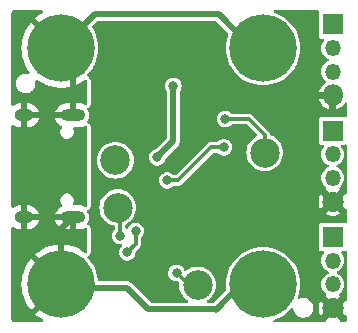
<source format=gbr>
%TF.GenerationSoftware,KiCad,Pcbnew,8.0.3*%
%TF.CreationDate,2024-07-08T02:18:10-04:00*%
%TF.ProjectId,USB-C-3-way-splitter-V4,5553422d-432d-4332-9d77-61792d73706c,rev?*%
%TF.SameCoordinates,Original*%
%TF.FileFunction,Copper,L2,Bot*%
%TF.FilePolarity,Positive*%
%FSLAX46Y46*%
G04 Gerber Fmt 4.6, Leading zero omitted, Abs format (unit mm)*
G04 Created by KiCad (PCBNEW 8.0.3) date 2024-07-08 02:18:10*
%MOMM*%
%LPD*%
G01*
G04 APERTURE LIST*
%TA.AperFunction,ComponentPad*%
%ADD10C,5.700000*%
%TD*%
%TA.AperFunction,ComponentPad*%
%ADD11R,1.800000X1.800000*%
%TD*%
%TA.AperFunction,ComponentPad*%
%ADD12O,1.350000X1.350000*%
%TD*%
%TA.AperFunction,ComponentPad*%
%ADD13C,1.800000*%
%TD*%
%TA.AperFunction,ComponentPad*%
%ADD14O,1.800000X1.800000*%
%TD*%
%TA.AperFunction,ComponentPad*%
%ADD15O,2.100000X1.000000*%
%TD*%
%TA.AperFunction,ComponentPad*%
%ADD16O,1.600000X1.000000*%
%TD*%
%TA.AperFunction,SMDPad,CuDef*%
%ADD17C,2.500000*%
%TD*%
%TA.AperFunction,ViaPad*%
%ADD18C,0.800000*%
%TD*%
%TA.AperFunction,Conductor*%
%ADD19C,0.300000*%
%TD*%
%TA.AperFunction,Conductor*%
%ADD20C,0.500000*%
%TD*%
%TA.AperFunction,Conductor*%
%ADD21C,0.600000*%
%TD*%
G04 APERTURE END LIST*
D10*
%TO.P,H4,1,1*%
%TO.N,GNDPWR*%
X20100000Y-10000000D03*
%TD*%
D11*
%TO.P,J3,1,Pin_1*%
%TO.N,+5V*%
X26000000Y3000000D03*
D12*
%TO.P,J3,2,Pin_2*%
%TO.N,Net-(J3-Pin_2)*%
X26000000Y1000000D03*
%TO.P,J3,3,Pin_3*%
X26000000Y-1000000D03*
D13*
%TO.P,J3,4,Pin_4*%
%TO.N,GND*%
X26000000Y-3000000D03*
%TD*%
D10*
%TO.P,H2,1,1*%
%TO.N,GNDPWR*%
X3000000Y-10000000D03*
%TD*%
D11*
%TO.P,J2,1,Pin_1*%
%TO.N,+5V*%
X26000000Y12000000D03*
D12*
%TO.P,J2,2,Pin_2*%
%TO.N,Net-(J2-Pin_2)*%
X26000000Y10000000D03*
%TO.P,J2,3,Pin_3*%
X26000000Y8000000D03*
D14*
%TO.P,J2,4,Pin_4*%
%TO.N,GND*%
X26000000Y6000000D03*
%TD*%
D10*
%TO.P,H1,1,1*%
%TO.N,GNDPWR*%
X3000000Y10000000D03*
%TD*%
D15*
%TO.P,J1,S1,SHIELD*%
%TO.N,GNDPWR*%
X4030000Y4320000D03*
D16*
X-150000Y4320000D03*
D15*
X4030000Y-4320000D03*
D16*
X-150000Y-4320000D03*
%TD*%
D10*
%TO.P,H3,1,1*%
%TO.N,GNDPWR*%
X20100000Y10000000D03*
%TD*%
D11*
%TO.P,J4,1,Pin_1*%
%TO.N,+5V*%
X26000000Y-6000000D03*
D12*
%TO.P,J4,2,Pin_2*%
%TO.N,Net-(J4-Pin_2)*%
X26000000Y-8000000D03*
%TO.P,J4,3,Pin_3*%
X26000000Y-10000000D03*
D13*
%TO.P,J4,4,Pin_4*%
%TO.N,GND*%
X26000000Y-12000000D03*
%TD*%
D17*
%TO.P,TP4,1,1*%
%TO.N,+1V2*%
X14550000Y-10050000D03*
%TD*%
%TO.P,TP2,1,1*%
%TO.N,CC2*%
X7800000Y-3500000D03*
%TD*%
%TO.P,TP3,1,1*%
%TO.N,EN-OPEN-COL*%
X20250000Y1150000D03*
%TD*%
%TO.P,TP1,1,1*%
%TO.N,CC1*%
X7600000Y500000D03*
%TD*%
D18*
%TO.N,GND*%
X19000000Y-3200000D03*
%TO.N,Net-(D5-A)*%
X16800000Y1600000D03*
%TO.N,EN-OPEN-COL*%
X16900000Y4000000D03*
%TO.N,GND*%
X22800000Y7700000D03*
X21800000Y-2200000D03*
X17500000Y2900000D03*
%TO.N,Net-(D4-A)*%
X12500000Y6800000D03*
%TO.N,Net-(D5-A)*%
X12000000Y-1200000D03*
%TO.N,GND*%
X9600000Y3700000D03*
X10100000Y-3850000D03*
X16400000Y9950000D03*
X16450000Y10900000D03*
X12400000Y10600000D03*
X6200000Y3600000D03*
X15800000Y-6300000D03*
X5800000Y-4900000D03*
X12500000Y-5200000D03*
X18500000Y-6800000D03*
X10700000Y-11000000D03*
X5800000Y-3900000D03*
X6100000Y4700000D03*
X6000000Y7500000D03*
X6000000Y-5900000D03*
%TO.N,CC1*%
X9300000Y-5500000D03*
X6750000Y450000D03*
X8600000Y-7300000D03*
%TO.N,CC2*%
X8000000Y-5900000D03*
%TO.N,+1V2*%
X12775000Y-9025000D03*
%TO.N,Net-(D4-A)*%
X11150000Y750000D03*
%TD*%
D19*
%TO.N,Net-(D5-A)*%
X15700000Y1600000D02*
X16800000Y1600000D01*
%TO.N,EN-OPEN-COL*%
X18887500Y4000000D02*
X16900000Y4000000D01*
X19500000Y3387500D02*
X18887500Y4000000D01*
X20250000Y1150000D02*
X20250000Y2637500D01*
X20250000Y2637500D02*
X19500000Y3387500D01*
%TO.N,Net-(D5-A)*%
X15700000Y1600000D02*
X12900000Y-1200000D01*
D20*
%TO.N,Net-(D4-A)*%
X12500000Y2100000D02*
X12500000Y6800000D01*
X11150000Y750000D02*
X12500000Y2100000D01*
D19*
%TO.N,Net-(D5-A)*%
X12900000Y-1200000D02*
X12000000Y-1200000D01*
%TO.N,CC1*%
X9300000Y-5500000D02*
X9300000Y-6600000D01*
X9300000Y-6600000D02*
X8600000Y-7300000D01*
%TO.N,CC2*%
X8000000Y-3700000D02*
X7800000Y-3500000D01*
X8000000Y-5900000D02*
X8000000Y-3700000D01*
%TO.N,+1V2*%
X13800000Y-10050000D02*
X12775000Y-9025000D01*
X14550000Y-10050000D02*
X13800000Y-10050000D01*
D21*
%TO.N,GNDPWR*%
X4620000Y4320000D02*
X4030000Y4320000D01*
D20*
X3000000Y-10000000D02*
X3302400Y-10302400D01*
X16350000Y12850000D02*
X19200000Y10000000D01*
X5850000Y12850000D02*
X16350000Y12850000D01*
X3000000Y-5350000D02*
X4030000Y-4320000D01*
X4030000Y4320000D02*
X4030000Y8970000D01*
X10400000Y-12100000D02*
X16050000Y-12100000D01*
X8602400Y-10302400D02*
X10400000Y-12100000D01*
X16100000Y-12150000D02*
X18250000Y-10000000D01*
X3000000Y-10000000D02*
X3000000Y-5350000D01*
X19200000Y10000000D02*
X20100000Y10000000D01*
X3000000Y10000000D02*
X5850000Y12850000D01*
D21*
X4030000Y-4320000D02*
X4620000Y-4320000D01*
D20*
X18250000Y-10000000D02*
X20100000Y-10000000D01*
X16050000Y-12100000D02*
X16100000Y-12150000D01*
X4030000Y8970000D02*
X3000000Y10000000D01*
X3302400Y-10302400D02*
X8602400Y-10302400D01*
%TD*%
%TA.AperFunction,Conductor*%
%TO.N,GNDPWR*%
G36*
X1441011Y13179815D02*
G01*
X1486766Y13127011D01*
X1496710Y13057853D01*
X1467685Y12994297D01*
X1430975Y12966679D01*
X1431501Y12965689D01*
X1428522Y12964109D01*
X1117282Y12776843D01*
X1117266Y12776832D01*
X828071Y12556993D01*
X828070Y12556992D01*
X811888Y12541664D01*
X811888Y12541662D01*
X2059300Y11294250D01*
X1957670Y11220412D01*
X1779588Y11042330D01*
X1705747Y10940697D01*
X460970Y12185475D01*
X460969Y12185475D01*
X329177Y12030319D01*
X329170Y12030309D01*
X125318Y11729651D01*
X125316Y11729647D01*
X-44838Y11408702D01*
X-44847Y11408684D01*
X-179302Y11071227D01*
X-179304Y11071220D01*
X-276480Y10721222D01*
X-276482Y10721214D01*
X-335253Y10362728D01*
X-354920Y10000002D01*
X-354920Y9999997D01*
X-335253Y9637271D01*
X-276482Y9278785D01*
X-276480Y9278777D01*
X-179304Y8928779D01*
X-179302Y8928772D01*
X-44847Y8591315D01*
X-44838Y8591297D01*
X125316Y8270352D01*
X125318Y8270348D01*
X307198Y8002096D01*
X328527Y7935562D01*
X310499Y7868058D01*
X258838Y7821017D01*
X189945Y7809374D01*
X180373Y7810892D01*
X81799Y7830500D01*
X81797Y7830500D01*
X-81797Y7830500D01*
X-81799Y7830500D01*
X-180372Y7810892D01*
X-242248Y7798584D01*
X-393389Y7735979D01*
X-529413Y7645091D01*
X-645091Y7529413D01*
X-735979Y7393389D01*
X-798584Y7242248D01*
X-798585Y7242242D01*
X-830500Y7081799D01*
X-830500Y6918200D01*
X-823569Y6883359D01*
X-798584Y6757752D01*
X-753951Y6650000D01*
X-735980Y6606613D01*
X-735975Y6606604D01*
X-645091Y6470587D01*
X-645088Y6470583D01*
X-529416Y6354911D01*
X-529412Y6354908D01*
X-393395Y6264024D01*
X-393386Y6264019D01*
X-242248Y6201416D01*
X-242242Y6201414D01*
X-81799Y6169500D01*
X-81797Y6169500D01*
X81799Y6169500D01*
X242242Y6201414D01*
X242248Y6201416D01*
X393386Y6264019D01*
X393395Y6264024D01*
X529412Y6354908D01*
X529416Y6354911D01*
X645088Y6470583D01*
X645091Y6470587D01*
X735975Y6606604D01*
X735980Y6606613D01*
X753951Y6650000D01*
X798584Y6757752D01*
X823569Y6883359D01*
X830500Y6918200D01*
X830500Y7081799D01*
X810121Y7184248D01*
X816348Y7253840D01*
X859211Y7309017D01*
X925100Y7332262D01*
X993097Y7316195D01*
X1006779Y7307156D01*
X1117266Y7223167D01*
X1117282Y7223156D01*
X1428522Y7035890D01*
X1428535Y7035883D01*
X1758205Y6883360D01*
X1758210Y6883359D01*
X2102461Y6767367D01*
X2457235Y6689275D01*
X2818366Y6650000D01*
X3181633Y6650000D01*
X3542764Y6689275D01*
X3897538Y6767367D01*
X4241789Y6883359D01*
X4241794Y6883360D01*
X4571464Y7035883D01*
X4571477Y7035890D01*
X4882717Y7223156D01*
X4882733Y7223167D01*
X5000959Y7313039D01*
X5066241Y7337938D01*
X5134622Y7323591D01*
X5184391Y7274552D01*
X5200000Y7214323D01*
X5200000Y5331159D01*
X5180315Y5264120D01*
X5127511Y5218365D01*
X5058353Y5208421D01*
X5028547Y5216598D01*
X4871689Y5281570D01*
X4871681Y5281572D01*
X4678495Y5319999D01*
X4678492Y5320000D01*
X4280000Y5320000D01*
X4280000Y4620000D01*
X3780000Y4620000D01*
X3780000Y5320000D01*
X3381508Y5320000D01*
X3381504Y5319999D01*
X3188318Y5281572D01*
X3188306Y5281569D01*
X3006328Y5206192D01*
X3006315Y5206185D01*
X2842537Y5096751D01*
X2842533Y5096748D01*
X2703251Y4957466D01*
X2703248Y4957462D01*
X2593814Y4793684D01*
X2593807Y4793671D01*
X2518430Y4611692D01*
X2518430Y4611690D01*
X2510138Y4570000D01*
X3313012Y4570000D01*
X3295795Y4560060D01*
X3239940Y4504205D01*
X3200444Y4435796D01*
X3180000Y4359496D01*
X3180000Y4280504D01*
X3200444Y4204204D01*
X3239940Y4135795D01*
X3295795Y4079940D01*
X3313012Y4070000D01*
X2510138Y4070000D01*
X2518430Y4028309D01*
X2518430Y4028307D01*
X2593807Y3846328D01*
X2593814Y3846315D01*
X2703248Y3682537D01*
X2703251Y3682533D01*
X2842536Y3543248D01*
X3011387Y3430427D01*
X3009889Y3428185D01*
X3051323Y3386789D01*
X3066206Y3318523D01*
X3041819Y3253047D01*
X3040892Y3251824D01*
X3036283Y3245818D01*
X2959993Y3113681D01*
X2959993Y3113680D01*
X2959992Y3113678D01*
X2920500Y2966293D01*
X2920500Y2813707D01*
X2955326Y2683733D01*
X2959993Y2666318D01*
X3036282Y2534182D01*
X3036287Y2534176D01*
X3144176Y2426287D01*
X3144182Y2426282D01*
X3276318Y2349993D01*
X3276317Y2349993D01*
X3320106Y2338259D01*
X3423707Y2310500D01*
X3423710Y2310500D01*
X3576290Y2310500D01*
X3576293Y2310500D01*
X3723678Y2349992D01*
X3723681Y2349993D01*
X3855817Y2426282D01*
X3855823Y2426287D01*
X3963712Y2534176D01*
X3963715Y2534179D01*
X4040008Y2666322D01*
X4079500Y2813707D01*
X4079500Y2966293D01*
X4040008Y3113678D01*
X4032747Y3126253D01*
X4028275Y3134001D01*
X4011803Y3201901D01*
X4034656Y3267928D01*
X4089578Y3311118D01*
X4135663Y3320000D01*
X4678495Y3320000D01*
X4871681Y3358427D01*
X4871693Y3358430D01*
X5028548Y3423401D01*
X5098017Y3430870D01*
X5160496Y3399595D01*
X5196148Y3339505D01*
X5200000Y3308840D01*
X5200000Y-3308840D01*
X5180315Y-3375879D01*
X5127511Y-3421634D01*
X5058353Y-3431578D01*
X5028548Y-3423401D01*
X4871693Y-3358430D01*
X4871681Y-3358427D01*
X4678495Y-3320000D01*
X4135663Y-3320000D01*
X4068624Y-3300315D01*
X4022869Y-3247511D01*
X4012925Y-3178353D01*
X4028275Y-3134001D01*
X4032747Y-3126253D01*
X4040008Y-3113678D01*
X4079500Y-2966293D01*
X4079500Y-2813707D01*
X4040008Y-2666322D01*
X3963715Y-2534179D01*
X3855821Y-2426285D01*
X3855819Y-2426284D01*
X3855817Y-2426282D01*
X3723681Y-2349993D01*
X3723682Y-2349993D01*
X3711595Y-2346754D01*
X3576293Y-2310500D01*
X3423707Y-2310500D01*
X3288404Y-2346754D01*
X3276318Y-2349993D01*
X3144182Y-2426282D01*
X3144176Y-2426287D01*
X3036287Y-2534176D01*
X3036282Y-2534182D01*
X2959993Y-2666318D01*
X2959992Y-2666322D01*
X2920500Y-2813707D01*
X2920500Y-2966293D01*
X2959992Y-3113678D01*
X2959993Y-3113681D01*
X3036283Y-3245818D01*
X3040892Y-3251824D01*
X3066088Y-3316993D01*
X3052051Y-3385438D01*
X3010060Y-3428441D01*
X3011387Y-3430427D01*
X2842536Y-3543248D01*
X2703251Y-3682533D01*
X2703248Y-3682537D01*
X2593814Y-3846315D01*
X2593807Y-3846328D01*
X2518430Y-4028307D01*
X2518430Y-4028309D01*
X2510138Y-4070000D01*
X3313012Y-4070000D01*
X3295795Y-4079940D01*
X3239940Y-4135795D01*
X3200444Y-4204204D01*
X3180000Y-4280504D01*
X3180000Y-4359496D01*
X3200444Y-4435796D01*
X3239940Y-4504205D01*
X3295795Y-4560060D01*
X3313012Y-4570000D01*
X2510138Y-4570000D01*
X2518430Y-4611690D01*
X2518430Y-4611692D01*
X2593807Y-4793671D01*
X2593814Y-4793684D01*
X2703248Y-4957462D01*
X2703251Y-4957466D01*
X2842533Y-5096748D01*
X2842537Y-5096751D01*
X3006315Y-5206185D01*
X3006328Y-5206192D01*
X3188306Y-5281569D01*
X3188318Y-5281572D01*
X3381504Y-5319999D01*
X3381508Y-5320000D01*
X3780000Y-5320000D01*
X3780000Y-4620000D01*
X4280000Y-4620000D01*
X4280000Y-5320000D01*
X4678492Y-5320000D01*
X4678495Y-5319999D01*
X4871681Y-5281572D01*
X4871689Y-5281570D01*
X5028547Y-5216598D01*
X5098017Y-5209129D01*
X5160496Y-5240404D01*
X5196148Y-5300493D01*
X5200000Y-5331159D01*
X5200000Y-7214323D01*
X5180315Y-7281362D01*
X5127511Y-7327117D01*
X5058353Y-7337061D01*
X5000959Y-7313039D01*
X4882733Y-7223167D01*
X4882717Y-7223156D01*
X4571477Y-7035890D01*
X4571464Y-7035883D01*
X4241794Y-6883360D01*
X4241789Y-6883359D01*
X3897538Y-6767367D01*
X3542764Y-6689275D01*
X3181633Y-6650000D01*
X2818366Y-6650000D01*
X2457235Y-6689275D01*
X2102461Y-6767367D01*
X1758210Y-6883359D01*
X1758205Y-6883360D01*
X1428535Y-7035883D01*
X1428522Y-7035890D01*
X1117282Y-7223156D01*
X1117266Y-7223167D01*
X828075Y-7443002D01*
X811888Y-7458335D01*
X811887Y-7458335D01*
X2059301Y-8705748D01*
X1957670Y-8779588D01*
X1779588Y-8957670D01*
X1705748Y-9059300D01*
X460970Y-7814522D01*
X460969Y-7814523D01*
X329177Y-7969680D01*
X329170Y-7969690D01*
X125318Y-8270348D01*
X125316Y-8270352D01*
X-44838Y-8591297D01*
X-44847Y-8591315D01*
X-179302Y-8928772D01*
X-179304Y-8928779D01*
X-276480Y-9278777D01*
X-276482Y-9278785D01*
X-335253Y-9637271D01*
X-354920Y-9999997D01*
X-354920Y-10000002D01*
X-335253Y-10362728D01*
X-276482Y-10721214D01*
X-276480Y-10721222D01*
X-179304Y-11071220D01*
X-179302Y-11071227D01*
X-44847Y-11408684D01*
X-44838Y-11408702D01*
X125316Y-11729647D01*
X125318Y-11729651D01*
X329170Y-12030309D01*
X329177Y-12030319D01*
X460969Y-12185475D01*
X460970Y-12185475D01*
X1705748Y-10940698D01*
X1779588Y-11042330D01*
X1957670Y-11220412D01*
X2059299Y-11294250D01*
X811888Y-12541662D01*
X811888Y-12541664D01*
X828070Y-12556992D01*
X828071Y-12556993D01*
X1117266Y-12776832D01*
X1117282Y-12776843D01*
X1428522Y-12964109D01*
X1431501Y-12965689D01*
X1430755Y-12967094D01*
X1478608Y-13008962D01*
X1497971Y-13076095D01*
X1477964Y-13143040D01*
X1424941Y-13188540D01*
X1373972Y-13199500D01*
X-990243Y-13199500D01*
X-1009638Y-13197973D01*
X-1025888Y-13195399D01*
X-1042250Y-13192808D01*
X-1079144Y-13180821D01*
X-1099762Y-13170316D01*
X-1131150Y-13147511D01*
X-1147511Y-13131150D01*
X-1170316Y-13099762D01*
X-1180821Y-13079144D01*
X-1192808Y-13042250D01*
X-1197973Y-13009642D01*
X-1199500Y-12990243D01*
X-1199500Y-5253878D01*
X-1179815Y-5186839D01*
X-1127011Y-5141084D01*
X-1057853Y-5131140D01*
X-1006609Y-5150776D01*
X-923683Y-5206185D01*
X-923671Y-5206192D01*
X-741693Y-5281569D01*
X-741681Y-5281572D01*
X-548495Y-5319999D01*
X-548492Y-5320000D01*
X-400000Y-5320000D01*
X-400000Y-4620000D01*
X100000Y-4620000D01*
X100000Y-5320000D01*
X248492Y-5320000D01*
X248495Y-5319999D01*
X441681Y-5281572D01*
X441693Y-5281569D01*
X623671Y-5206192D01*
X623684Y-5206185D01*
X787462Y-5096751D01*
X787466Y-5096748D01*
X926748Y-4957466D01*
X926751Y-4957462D01*
X1036185Y-4793684D01*
X1036192Y-4793671D01*
X1111569Y-4611692D01*
X1111569Y-4611690D01*
X1119862Y-4570000D01*
X316988Y-4570000D01*
X334205Y-4560060D01*
X390060Y-4504205D01*
X429556Y-4435796D01*
X450000Y-4359496D01*
X450000Y-4280504D01*
X429556Y-4204204D01*
X390060Y-4135795D01*
X334205Y-4079940D01*
X316988Y-4070000D01*
X1119862Y-4070000D01*
X1111569Y-4028309D01*
X1111569Y-4028307D01*
X1036192Y-3846328D01*
X1036185Y-3846315D01*
X926751Y-3682537D01*
X926748Y-3682533D01*
X787466Y-3543251D01*
X787462Y-3543248D01*
X623684Y-3433814D01*
X623671Y-3433807D01*
X441693Y-3358430D01*
X441681Y-3358427D01*
X248495Y-3320000D01*
X100000Y-3320000D01*
X100000Y-4020000D01*
X-400000Y-4020000D01*
X-400000Y-3320000D01*
X-548495Y-3320000D01*
X-741681Y-3358427D01*
X-741693Y-3358430D01*
X-923671Y-3433807D01*
X-923684Y-3433814D01*
X-1006609Y-3489223D01*
X-1073287Y-3510101D01*
X-1140667Y-3491616D01*
X-1187357Y-3439637D01*
X-1199500Y-3386121D01*
X-1199500Y3386121D01*
X-1179815Y3453160D01*
X-1127011Y3498915D01*
X-1057853Y3508859D01*
X-1006609Y3489223D01*
X-923684Y3433814D01*
X-923671Y3433807D01*
X-741693Y3358430D01*
X-741681Y3358427D01*
X-548495Y3320000D01*
X-400000Y3320000D01*
X-400000Y4020000D01*
X100000Y4020000D01*
X100000Y3320000D01*
X248495Y3320000D01*
X441681Y3358427D01*
X441693Y3358430D01*
X623671Y3433807D01*
X623684Y3433814D01*
X787462Y3543248D01*
X787466Y3543251D01*
X926748Y3682533D01*
X926751Y3682537D01*
X1036185Y3846315D01*
X1036192Y3846328D01*
X1111569Y4028307D01*
X1111569Y4028309D01*
X1119862Y4070000D01*
X316988Y4070000D01*
X334205Y4079940D01*
X390060Y4135795D01*
X429556Y4204204D01*
X450000Y4280504D01*
X450000Y4359496D01*
X429556Y4435796D01*
X390060Y4504205D01*
X334205Y4560060D01*
X316988Y4570000D01*
X1119862Y4570000D01*
X1111569Y4611690D01*
X1111569Y4611692D01*
X1036192Y4793671D01*
X1036185Y4793684D01*
X926751Y4957462D01*
X926748Y4957466D01*
X787466Y5096748D01*
X787462Y5096751D01*
X623684Y5206185D01*
X623671Y5206192D01*
X441693Y5281569D01*
X441681Y5281572D01*
X248495Y5319999D01*
X248492Y5320000D01*
X100000Y5320000D01*
X100000Y4620000D01*
X-400000Y4620000D01*
X-400000Y5320000D01*
X-548492Y5320000D01*
X-548495Y5319999D01*
X-741681Y5281572D01*
X-741693Y5281569D01*
X-923671Y5206192D01*
X-923683Y5206185D01*
X-1006609Y5150776D01*
X-1073286Y5129898D01*
X-1140666Y5148382D01*
X-1187357Y5200361D01*
X-1199500Y5253878D01*
X-1199500Y12990244D01*
X-1197973Y13009643D01*
X-1192808Y13042251D01*
X-1180820Y13079147D01*
X-1170315Y13099764D01*
X-1147511Y13131150D01*
X-1131150Y13147511D01*
X-1099762Y13170316D01*
X-1079144Y13180821D01*
X-1042250Y13192808D01*
X-1025888Y13195399D01*
X-1009638Y13197973D01*
X-990243Y13199500D01*
X1373972Y13199500D01*
X1441011Y13179815D01*
G37*
%TD.AperFunction*%
%TD*%
%TA.AperFunction,Conductor*%
%TO.N,GND*%
G36*
X24810010Y13180593D02*
G01*
X24845974Y13131093D01*
X24845974Y13069907D01*
X24842385Y13060515D01*
X24810880Y12989161D01*
X24802414Y12969988D01*
X24799500Y12944869D01*
X24799500Y11055139D01*
X24799501Y11055136D01*
X24802414Y11030009D01*
X24847794Y10927235D01*
X24927235Y10847794D01*
X25030011Y10802414D01*
X25055130Y10799500D01*
X25055135Y10799500D01*
X25184866Y10799500D01*
X25243057Y10780593D01*
X25279021Y10731093D01*
X25279021Y10669907D01*
X25261394Y10637695D01*
X25184977Y10544581D01*
X25184976Y10544579D01*
X25184969Y10544569D01*
X25094397Y10375119D01*
X25094395Y10375114D01*
X25038614Y10191231D01*
X25038613Y10191226D01*
X25019780Y10000003D01*
X25019780Y9999996D01*
X25038613Y9808773D01*
X25038614Y9808768D01*
X25094395Y9624885D01*
X25094397Y9624880D01*
X25184969Y9455430D01*
X25184976Y9455420D01*
X25306875Y9306884D01*
X25306884Y9306875D01*
X25455420Y9184976D01*
X25455430Y9184969D01*
X25624880Y9094397D01*
X25629375Y9092536D01*
X25628824Y9091207D01*
X25673957Y9059750D01*
X25694002Y9001941D01*
X25676239Y8943391D01*
X25629232Y8907808D01*
X25629375Y8907464D01*
X25628053Y8906916D01*
X25627454Y8906463D01*
X25625156Y8905716D01*
X25624890Y8905606D01*
X25624886Y8905605D01*
X25624881Y8905602D01*
X25624880Y8905602D01*
X25455430Y8815030D01*
X25455423Y8815025D01*
X25455419Y8815023D01*
X25376158Y8749975D01*
X25306884Y8693124D01*
X25306875Y8693115D01*
X25255813Y8630895D01*
X25184977Y8544581D01*
X25184976Y8544579D01*
X25184969Y8544569D01*
X25094397Y8375119D01*
X25094395Y8375114D01*
X25038614Y8191231D01*
X25038613Y8191226D01*
X25019780Y8000003D01*
X25019780Y7999996D01*
X25038613Y7808773D01*
X25038614Y7808768D01*
X25094395Y7624885D01*
X25094397Y7624880D01*
X25184969Y7455430D01*
X25184976Y7455420D01*
X25306875Y7306884D01*
X25306884Y7306875D01*
X25425333Y7209667D01*
X25458320Y7158135D01*
X25454718Y7097056D01*
X25415903Y7049759D01*
X25414645Y7048968D01*
X25273744Y6961725D01*
X25109391Y6811898D01*
X25109387Y6811893D01*
X24975369Y6634426D01*
X24975364Y6634417D01*
X24876239Y6435347D01*
X24837730Y6300000D01*
X25480385Y6300000D01*
X25440889Y6231591D01*
X25400000Y6078991D01*
X25400000Y5921009D01*
X25440889Y5768409D01*
X25480385Y5700000D01*
X24837731Y5700000D01*
X24837730Y5699999D01*
X24876239Y5564652D01*
X24975364Y5365582D01*
X24975369Y5365573D01*
X25109387Y5188106D01*
X25109391Y5188101D01*
X25273744Y5038274D01*
X25462816Y4921205D01*
X25462821Y4921202D01*
X25670199Y4840863D01*
X25700000Y4835293D01*
X25700000Y5480385D01*
X25768409Y5440889D01*
X25921009Y5400000D01*
X26078991Y5400000D01*
X26231591Y5440889D01*
X26300000Y5480385D01*
X26300000Y4835293D01*
X26329800Y4840863D01*
X26537178Y4921202D01*
X26537183Y4921205D01*
X26726255Y5038274D01*
X26890608Y5188101D01*
X26890612Y5188106D01*
X27021496Y5361423D01*
X27071653Y5396466D01*
X27132827Y5395335D01*
X27181654Y5358463D01*
X27199500Y5301762D01*
X27199500Y4248180D01*
X27180593Y4189989D01*
X27131093Y4154025D01*
X27069907Y4154025D01*
X27060512Y4157616D01*
X26969991Y4197585D01*
X26944865Y4200500D01*
X25055136Y4200499D01*
X25030009Y4197585D01*
X24927235Y4152206D01*
X24847794Y4072765D01*
X24802415Y3969991D01*
X24802414Y3969988D01*
X24799500Y3944869D01*
X24799500Y2055139D01*
X24799501Y2055136D01*
X24802414Y2030009D01*
X24847794Y1927235D01*
X24927235Y1847794D01*
X25030011Y1802414D01*
X25055130Y1799500D01*
X25055135Y1799500D01*
X25184866Y1799500D01*
X25243057Y1780593D01*
X25279021Y1731093D01*
X25279021Y1669907D01*
X25261394Y1637695D01*
X25184977Y1544581D01*
X25184976Y1544579D01*
X25184969Y1544569D01*
X25094397Y1375119D01*
X25094395Y1375114D01*
X25038614Y1191231D01*
X25038613Y1191226D01*
X25019780Y1000003D01*
X25019780Y999996D01*
X25038613Y808773D01*
X25038614Y808768D01*
X25094395Y624885D01*
X25094397Y624880D01*
X25184969Y455430D01*
X25184976Y455420D01*
X25306875Y306884D01*
X25306884Y306875D01*
X25455420Y184976D01*
X25455430Y184969D01*
X25624880Y94397D01*
X25629375Y92536D01*
X25628824Y91207D01*
X25673957Y59750D01*
X25694002Y1941D01*
X25676239Y-56609D01*
X25629232Y-92191D01*
X25629375Y-92536D01*
X25628053Y-93083D01*
X25627454Y-93537D01*
X25625156Y-94283D01*
X25624880Y-94397D01*
X25455430Y-184969D01*
X25455420Y-184976D01*
X25306884Y-306875D01*
X25306875Y-306884D01*
X25184976Y-455420D01*
X25184969Y-455430D01*
X25094397Y-624880D01*
X25094395Y-624885D01*
X25038614Y-808768D01*
X25038613Y-808773D01*
X25019780Y-999996D01*
X25019780Y-1000003D01*
X25038613Y-1191226D01*
X25038614Y-1191231D01*
X25094395Y-1375114D01*
X25094397Y-1375119D01*
X25184969Y-1544569D01*
X25184975Y-1544578D01*
X25184977Y-1544581D01*
X25198034Y-1560491D01*
X25306875Y-1693115D01*
X25306884Y-1693124D01*
X25425333Y-1790332D01*
X25458320Y-1841863D01*
X25454718Y-1902942D01*
X25415903Y-1950239D01*
X25414645Y-1951031D01*
X25390343Y-1966078D01*
X25844709Y-2420444D01*
X25768409Y-2440889D01*
X25631592Y-2519881D01*
X25519881Y-2631592D01*
X25440889Y-2768409D01*
X25420444Y-2844709D01*
X24964045Y-2388310D01*
X24964044Y-2388310D01*
X24876240Y-2564647D01*
X24815379Y-2778554D01*
X24794859Y-3000000D01*
X24815379Y-3221445D01*
X24876240Y-3435350D01*
X24964044Y-3611688D01*
X24964045Y-3611688D01*
X25420443Y-3155289D01*
X25440889Y-3231591D01*
X25519881Y-3368408D01*
X25631592Y-3480119D01*
X25768409Y-3559111D01*
X25844708Y-3579555D01*
X25390343Y-4033920D01*
X25462819Y-4078796D01*
X25670200Y-4159136D01*
X25888804Y-4200000D01*
X26111196Y-4200000D01*
X26329799Y-4159136D01*
X26537176Y-4078798D01*
X26537176Y-4078797D01*
X26609655Y-4033919D01*
X26155291Y-3579555D01*
X26231591Y-3559111D01*
X26368408Y-3480119D01*
X26480119Y-3368408D01*
X26559111Y-3231591D01*
X26579555Y-3155290D01*
X27035953Y-3611688D01*
X27084561Y-3603759D01*
X27145037Y-3613052D01*
X27188501Y-3656116D01*
X27199500Y-3701468D01*
X27199500Y-4751819D01*
X27180593Y-4810010D01*
X27131093Y-4845974D01*
X27069907Y-4845974D01*
X27060512Y-4842384D01*
X26969991Y-4802415D01*
X26969990Y-4802414D01*
X26969988Y-4802414D01*
X26944868Y-4799500D01*
X25055139Y-4799500D01*
X25055136Y-4799501D01*
X25030009Y-4802414D01*
X24927235Y-4847794D01*
X24847794Y-4927235D01*
X24802414Y-5030011D01*
X24799500Y-5055130D01*
X24799500Y-6944860D01*
X24799501Y-6944863D01*
X24802414Y-6969990D01*
X24825206Y-7021609D01*
X24847794Y-7072765D01*
X24927235Y-7152206D01*
X25030009Y-7197585D01*
X25055135Y-7200500D01*
X25184867Y-7200499D01*
X25243056Y-7219406D01*
X25279020Y-7268906D01*
X25279021Y-7330091D01*
X25261395Y-7362303D01*
X25184975Y-7455421D01*
X25184969Y-7455430D01*
X25094397Y-7624880D01*
X25094395Y-7624885D01*
X25038614Y-7808768D01*
X25038613Y-7808773D01*
X25019780Y-7999996D01*
X25019780Y-8000003D01*
X25038613Y-8191226D01*
X25038614Y-8191231D01*
X25094395Y-8375114D01*
X25094397Y-8375119D01*
X25184969Y-8544569D01*
X25184975Y-8544578D01*
X25184977Y-8544581D01*
X25235810Y-8606521D01*
X25306875Y-8693115D01*
X25306884Y-8693124D01*
X25376158Y-8749975D01*
X25455419Y-8815023D01*
X25455423Y-8815025D01*
X25455430Y-8815030D01*
X25624880Y-8905602D01*
X25624886Y-8905605D01*
X25624890Y-8905606D01*
X25629375Y-8907464D01*
X25628824Y-8908792D01*
X25673957Y-8940250D01*
X25694002Y-8998059D01*
X25676239Y-9056609D01*
X25629232Y-9092191D01*
X25629375Y-9092536D01*
X25628053Y-9093083D01*
X25627454Y-9093537D01*
X25625156Y-9094283D01*
X25624880Y-9094397D01*
X25455430Y-9184969D01*
X25455420Y-9184976D01*
X25306884Y-9306875D01*
X25306875Y-9306884D01*
X25184976Y-9455420D01*
X25184969Y-9455430D01*
X25094397Y-9624880D01*
X25094395Y-9624885D01*
X25038614Y-9808768D01*
X25038613Y-9808773D01*
X25019780Y-9999996D01*
X25019780Y-10000003D01*
X25038613Y-10191226D01*
X25038614Y-10191231D01*
X25094395Y-10375114D01*
X25094397Y-10375119D01*
X25184969Y-10544569D01*
X25184975Y-10544578D01*
X25184977Y-10544581D01*
X25235810Y-10606521D01*
X25306875Y-10693115D01*
X25306884Y-10693124D01*
X25425333Y-10790332D01*
X25458320Y-10841863D01*
X25454718Y-10902942D01*
X25415903Y-10950239D01*
X25414645Y-10951031D01*
X25390343Y-10966078D01*
X25844709Y-11420444D01*
X25768409Y-11440889D01*
X25631592Y-11519881D01*
X25519881Y-11631592D01*
X25440889Y-11768409D01*
X25420444Y-11844709D01*
X24964045Y-11388310D01*
X24964044Y-11388310D01*
X24876240Y-11564647D01*
X24815379Y-11778554D01*
X24794859Y-12000000D01*
X24815379Y-12221445D01*
X24876240Y-12435350D01*
X24964044Y-12611688D01*
X24964045Y-12611688D01*
X25420443Y-12155289D01*
X25440889Y-12231591D01*
X25519881Y-12368408D01*
X25631592Y-12480119D01*
X25768409Y-12559111D01*
X25844708Y-12579555D01*
X25390342Y-13033921D01*
X25392491Y-13052446D01*
X25401454Y-13063039D01*
X25405971Y-13124057D01*
X25373761Y-13176077D01*
X25317125Y-13199230D01*
X25309815Y-13199500D01*
X21075945Y-13199500D01*
X21017754Y-13180593D01*
X20981790Y-13131093D01*
X20981790Y-13069907D01*
X21017754Y-13020407D01*
X21048538Y-13005369D01*
X21067174Y-13000000D01*
X21142184Y-12978390D01*
X21469105Y-12842975D01*
X21778808Y-12671808D01*
X22067400Y-12467041D01*
X22331250Y-12231250D01*
X22500025Y-12042389D01*
X22552898Y-12011600D01*
X22613771Y-12017768D01*
X22659394Y-12058539D01*
X22670941Y-12089044D01*
X22693122Y-12200554D01*
X22701416Y-12242248D01*
X22726100Y-12301840D01*
X22764020Y-12393388D01*
X22840495Y-12507841D01*
X22854909Y-12529413D01*
X22970587Y-12645091D01*
X23106611Y-12735979D01*
X23257752Y-12798584D01*
X23418203Y-12830500D01*
X23418204Y-12830500D01*
X23581796Y-12830500D01*
X23581797Y-12830500D01*
X23742248Y-12798584D01*
X23893389Y-12735979D01*
X24029413Y-12645091D01*
X24145091Y-12529413D01*
X24235979Y-12393389D01*
X24298584Y-12242248D01*
X24330500Y-12081797D01*
X24330500Y-11918203D01*
X24298584Y-11757752D01*
X24235979Y-11606611D01*
X24145091Y-11470587D01*
X24029413Y-11354909D01*
X23959598Y-11308260D01*
X23893388Y-11264020D01*
X23742246Y-11201415D01*
X23581799Y-11169500D01*
X23581797Y-11169500D01*
X23418203Y-11169500D01*
X23418200Y-11169500D01*
X23257752Y-11201416D01*
X23257750Y-11201416D01*
X23182439Y-11232611D01*
X23121442Y-11237411D01*
X23069273Y-11205442D01*
X23045859Y-11148914D01*
X23053089Y-11103265D01*
X23078390Y-11042184D01*
X23176350Y-10702157D01*
X23235623Y-10353300D01*
X23238993Y-10293302D01*
X23255464Y-10000004D01*
X23255464Y-9999995D01*
X23235624Y-9646709D01*
X23235621Y-9646689D01*
X23231916Y-9624880D01*
X23176350Y-9297843D01*
X23078390Y-8957816D01*
X22942975Y-8630895D01*
X22942973Y-8630890D01*
X22771806Y-8321189D01*
X22567043Y-8032603D01*
X22567041Y-8032600D01*
X22331250Y-7768750D01*
X22067400Y-7532959D01*
X21977075Y-7468870D01*
X21778810Y-7328193D01*
X21469108Y-7157026D01*
X21469109Y-7157026D01*
X21142182Y-7021609D01*
X20802155Y-6923649D01*
X20453310Y-6864378D01*
X20453290Y-6864375D01*
X20100005Y-6844536D01*
X20099995Y-6844536D01*
X19746709Y-6864375D01*
X19746689Y-6864378D01*
X19397844Y-6923649D01*
X19057817Y-7021609D01*
X18730890Y-7157026D01*
X18421189Y-7328193D01*
X18132603Y-7532956D01*
X17868757Y-7768743D01*
X17868743Y-7768757D01*
X17632956Y-8032603D01*
X17428193Y-8321189D01*
X17257026Y-8630890D01*
X17121609Y-8957817D01*
X17023649Y-9297844D01*
X16964378Y-9646689D01*
X16964375Y-9646709D01*
X16944536Y-9999995D01*
X16944536Y-10000004D01*
X16964375Y-10353290D01*
X16964378Y-10353311D01*
X16978145Y-10434338D01*
X16969252Y-10494874D01*
X16950548Y-10520925D01*
X15950971Y-11520504D01*
X15896454Y-11548281D01*
X15880967Y-11549500D01*
X15421538Y-11549500D01*
X15363347Y-11530593D01*
X15327383Y-11481093D01*
X15327383Y-11419907D01*
X15363347Y-11370407D01*
X15369810Y-11366089D01*
X15403875Y-11345213D01*
X15464179Y-11308259D01*
X15649759Y-11149759D01*
X15808259Y-10964179D01*
X15935777Y-10756089D01*
X16029172Y-10530612D01*
X16086146Y-10293302D01*
X16105294Y-10050000D01*
X16086146Y-9806698D01*
X16029172Y-9569388D01*
X15935777Y-9343911D01*
X15913084Y-9306880D01*
X15808260Y-9135823D01*
X15808259Y-9135821D01*
X15772145Y-9093537D01*
X15649767Y-8950250D01*
X15649764Y-8950247D01*
X15649759Y-8950241D01*
X15649752Y-8950235D01*
X15649749Y-8950232D01*
X15464184Y-8791745D01*
X15464176Y-8791739D01*
X15256092Y-8664224D01*
X15256081Y-8664219D01*
X15030616Y-8570829D01*
X15030613Y-8570828D01*
X14793300Y-8513853D01*
X14550000Y-8494706D01*
X14306699Y-8513853D01*
X14069386Y-8570828D01*
X14069383Y-8570829D01*
X13843918Y-8664219D01*
X13843907Y-8664224D01*
X13635819Y-8791742D01*
X13591650Y-8829464D01*
X13535122Y-8852877D01*
X13475627Y-8838592D01*
X13435892Y-8792065D01*
X13434809Y-8789336D01*
X13399818Y-8697070D01*
X13303183Y-8557071D01*
X13289082Y-8544579D01*
X13175853Y-8444267D01*
X13175852Y-8444266D01*
X13025225Y-8365210D01*
X13025224Y-8365209D01*
X13025223Y-8365209D01*
X12860058Y-8324500D01*
X12860056Y-8324500D01*
X12689944Y-8324500D01*
X12689941Y-8324500D01*
X12524776Y-8365209D01*
X12374146Y-8444267D01*
X12246818Y-8557069D01*
X12246816Y-8557072D01*
X12152906Y-8693124D01*
X12150182Y-8697070D01*
X12096511Y-8838592D01*
X12089860Y-8856129D01*
X12077513Y-8957817D01*
X12069355Y-9025000D01*
X12089860Y-9193872D01*
X12150182Y-9352930D01*
X12246817Y-9492929D01*
X12374148Y-9605734D01*
X12524775Y-9684790D01*
X12689944Y-9725500D01*
X12797389Y-9725500D01*
X12855580Y-9744407D01*
X12867393Y-9754496D01*
X12974704Y-9861807D01*
X13002481Y-9916324D01*
X13003395Y-9939577D01*
X12994706Y-10049999D01*
X13013853Y-10293300D01*
X13070828Y-10530613D01*
X13070829Y-10530616D01*
X13164219Y-10756081D01*
X13164224Y-10756092D01*
X13291739Y-10964176D01*
X13291745Y-10964184D01*
X13358361Y-11042182D01*
X13450241Y-11149759D01*
X13450247Y-11149764D01*
X13450250Y-11149767D01*
X13584025Y-11264021D01*
X13635821Y-11308259D01*
X13635823Y-11308260D01*
X13730190Y-11366089D01*
X13769926Y-11412615D01*
X13774727Y-11473611D01*
X13742757Y-11525780D01*
X13686229Y-11549195D01*
X13678462Y-11549500D01*
X10669033Y-11549500D01*
X10610842Y-11530593D01*
X10599029Y-11520504D01*
X9771640Y-10693115D01*
X8940415Y-9861890D01*
X8814885Y-9789416D01*
X8814882Y-9789415D01*
X8811337Y-9788465D01*
X8807792Y-9787515D01*
X8807790Y-9787514D01*
X8807790Y-9787515D01*
X8674875Y-9751900D01*
X8674874Y-9751900D01*
X6235128Y-9751900D01*
X6176937Y-9732993D01*
X6140973Y-9683493D01*
X6136284Y-9658453D01*
X6135624Y-9646709D01*
X6135621Y-9646689D01*
X6131916Y-9624880D01*
X6076350Y-9297843D01*
X5978390Y-8957816D01*
X5842975Y-8630895D01*
X5842973Y-8630890D01*
X5671806Y-8321189D01*
X5467043Y-8032603D01*
X5467041Y-8032600D01*
X5267017Y-7808773D01*
X5231247Y-7768746D01*
X5228206Y-7766029D01*
X5197419Y-7713154D01*
X5203590Y-7652280D01*
X5244198Y-7606758D01*
X5327571Y-7557998D01*
X5380375Y-7512243D01*
X5422553Y-7467510D01*
X5473439Y-7367434D01*
X5493124Y-7300395D01*
X5505500Y-7214323D01*
X5505500Y-5331159D01*
X5503118Y-5293084D01*
X5499266Y-5262418D01*
X5497454Y-5250045D01*
X5468929Y-5172070D01*
X5458885Y-5144612D01*
X5458884Y-5144609D01*
X5423235Y-5084524D01*
X5401523Y-5055135D01*
X5386696Y-5035065D01*
X5386694Y-5035063D01*
X5327061Y-4989834D01*
X5297244Y-4967219D01*
X5283153Y-4960165D01*
X5257493Y-4947320D01*
X5213921Y-4904365D01*
X5203920Y-4844002D01*
X5219494Y-4803791D01*
X5220414Y-4802415D01*
X5289394Y-4699179D01*
X5349737Y-4553497D01*
X5380500Y-4398842D01*
X5380500Y-4241158D01*
X5349737Y-4086503D01*
X5289394Y-3940821D01*
X5289393Y-3940819D01*
X5289390Y-3940814D01*
X5220004Y-3836972D01*
X5203395Y-3778084D01*
X5224572Y-3720680D01*
X5252335Y-3696516D01*
X5327571Y-3652515D01*
X5380375Y-3606760D01*
X5422553Y-3562027D01*
X5454092Y-3500000D01*
X6244706Y-3500000D01*
X6263853Y-3743300D01*
X6320828Y-3980613D01*
X6320829Y-3980616D01*
X6414219Y-4206081D01*
X6414224Y-4206092D01*
X6541739Y-4414176D01*
X6541745Y-4414184D01*
X6660729Y-4553497D01*
X6700241Y-4599759D01*
X6885821Y-4758259D01*
X6885823Y-4758260D01*
X7093907Y-4885775D01*
X7093918Y-4885780D01*
X7319381Y-4979170D01*
X7319385Y-4979171D01*
X7319386Y-4979171D01*
X7319388Y-4979172D01*
X7473612Y-5016198D01*
X7525780Y-5048166D01*
X7549195Y-5104694D01*
X7549500Y-5112462D01*
X7549500Y-5318693D01*
X7530593Y-5376884D01*
X7516150Y-5392795D01*
X7471819Y-5432068D01*
X7471817Y-5432071D01*
X7375182Y-5572070D01*
X7314860Y-5731128D01*
X7294355Y-5900000D01*
X7314860Y-6068872D01*
X7375182Y-6227930D01*
X7471817Y-6367929D01*
X7599148Y-6480734D01*
X7749775Y-6559790D01*
X7914944Y-6600500D01*
X7914947Y-6600500D01*
X8072165Y-6600500D01*
X8130356Y-6619407D01*
X8166320Y-6668907D01*
X8166320Y-6730093D01*
X8137814Y-6773603D01*
X8071818Y-6832069D01*
X8071816Y-6832072D01*
X8008605Y-6923649D01*
X7975182Y-6972070D01*
X7936995Y-7072764D01*
X7914860Y-7131129D01*
X7895966Y-7286735D01*
X7894355Y-7300000D01*
X7914860Y-7468872D01*
X7975182Y-7627930D01*
X8070506Y-7766029D01*
X8071816Y-7767927D01*
X8071818Y-7767930D01*
X8114260Y-7805530D01*
X8199148Y-7880734D01*
X8349775Y-7959790D01*
X8514944Y-8000500D01*
X8514947Y-8000500D01*
X8685053Y-8000500D01*
X8685056Y-8000500D01*
X8850225Y-7959790D01*
X9000852Y-7880734D01*
X9128183Y-7767929D01*
X9224818Y-7627930D01*
X9285140Y-7468872D01*
X9305645Y-7300000D01*
X9304033Y-7286731D01*
X9315786Y-7226689D01*
X9332304Y-7204797D01*
X9660489Y-6876614D01*
X9694731Y-6817304D01*
X9719799Y-6773886D01*
X9750500Y-6659309D01*
X9750500Y-6081305D01*
X9769407Y-6023114D01*
X9783846Y-6007207D01*
X9828183Y-5967929D01*
X9924818Y-5827930D01*
X9985140Y-5668872D01*
X10005645Y-5500000D01*
X9985140Y-5331128D01*
X9924818Y-5172070D01*
X9828183Y-5032071D01*
X9825855Y-5030009D01*
X9700853Y-4919267D01*
X9700852Y-4919266D01*
X9550225Y-4840210D01*
X9550224Y-4840209D01*
X9550223Y-4840209D01*
X9385058Y-4799500D01*
X9385056Y-4799500D01*
X9214944Y-4799500D01*
X9214941Y-4799500D01*
X9049776Y-4840209D01*
X8899146Y-4919267D01*
X8771818Y-5032069D01*
X8771816Y-5032072D01*
X8675182Y-5172068D01*
X8655380Y-5224283D01*
X8645611Y-5250045D01*
X8642067Y-5259389D01*
X8603753Y-5307093D01*
X8544717Y-5323167D01*
X8487508Y-5301471D01*
X8453977Y-5250291D01*
X8450500Y-5224283D01*
X8450500Y-4974768D01*
X8469407Y-4916577D01*
X8502882Y-4887990D01*
X8502772Y-4887810D01*
X8503909Y-4887112D01*
X8504564Y-4886554D01*
X8506083Y-4885779D01*
X8506089Y-4885777D01*
X8714179Y-4758259D01*
X8899759Y-4599759D01*
X9058259Y-4414179D01*
X9185777Y-4206089D01*
X9279172Y-3980612D01*
X9336146Y-3743302D01*
X9355294Y-3500000D01*
X9336146Y-3256698D01*
X9279172Y-3019388D01*
X9185777Y-2793911D01*
X9176366Y-2778554D01*
X9100765Y-2655184D01*
X9058259Y-2585821D01*
X8899759Y-2400241D01*
X8899752Y-2400235D01*
X8899749Y-2400232D01*
X8714184Y-2241745D01*
X8714176Y-2241739D01*
X8506092Y-2114224D01*
X8506081Y-2114219D01*
X8280616Y-2020829D01*
X8280613Y-2020828D01*
X8043300Y-1963853D01*
X7800000Y-1944706D01*
X7556699Y-1963853D01*
X7319386Y-2020828D01*
X7319383Y-2020829D01*
X7093918Y-2114219D01*
X7093907Y-2114224D01*
X6885823Y-2241739D01*
X6885815Y-2241745D01*
X6700250Y-2400232D01*
X6700232Y-2400250D01*
X6541745Y-2585815D01*
X6541739Y-2585823D01*
X6414224Y-2793907D01*
X6414219Y-2793918D01*
X6320829Y-3019383D01*
X6320828Y-3019386D01*
X6263853Y-3256699D01*
X6244706Y-3500000D01*
X5454092Y-3500000D01*
X5473439Y-3461951D01*
X5493124Y-3394912D01*
X5505500Y-3308840D01*
X5505500Y-1200000D01*
X11294355Y-1200000D01*
X11314860Y-1368872D01*
X11375182Y-1527930D01*
X11471817Y-1667929D01*
X11599148Y-1780734D01*
X11749775Y-1859790D01*
X11914944Y-1900500D01*
X11914947Y-1900500D01*
X12085053Y-1900500D01*
X12085056Y-1900500D01*
X12250225Y-1859790D01*
X12400852Y-1780734D01*
X12519753Y-1675396D01*
X12575847Y-1650962D01*
X12585402Y-1650500D01*
X12959306Y-1650500D01*
X12959309Y-1650500D01*
X13070244Y-1620775D01*
X13073887Y-1619799D01*
X13176614Y-1560489D01*
X15857607Y1120504D01*
X15912124Y1148281D01*
X15927611Y1149500D01*
X16214598Y1149500D01*
X16272789Y1130593D01*
X16280243Y1124605D01*
X16313552Y1095096D01*
X16399146Y1019267D01*
X16549776Y940209D01*
X16714941Y899500D01*
X16714944Y899500D01*
X16885058Y899500D01*
X17050223Y940209D01*
X17050225Y940210D01*
X17200852Y1019266D01*
X17315127Y1120504D01*
X17328181Y1132069D01*
X17328183Y1132071D01*
X17424818Y1272070D01*
X17485140Y1431128D01*
X17505645Y1600000D01*
X17485140Y1768872D01*
X17424818Y1927930D01*
X17328183Y2067929D01*
X17200852Y2180734D01*
X17050225Y2259790D01*
X16885056Y2300500D01*
X16714944Y2300500D01*
X16549775Y2259790D01*
X16399148Y2180734D01*
X16399146Y2180732D01*
X16280247Y2075397D01*
X16224153Y2050962D01*
X16214598Y2050500D01*
X15640691Y2050500D01*
X15554948Y2027525D01*
X15526113Y2019799D01*
X15526110Y2019797D01*
X15526108Y2019797D01*
X15423390Y1960492D01*
X15423389Y1960491D01*
X15423386Y1960489D01*
X14044027Y581130D01*
X12742393Y-720504D01*
X12687876Y-748281D01*
X12672389Y-749500D01*
X12585402Y-749500D01*
X12527211Y-730593D01*
X12519753Y-724603D01*
X12515126Y-720504D01*
X12400852Y-619266D01*
X12250225Y-540210D01*
X12250224Y-540209D01*
X12250223Y-540209D01*
X12085058Y-499500D01*
X12085056Y-499500D01*
X11914944Y-499500D01*
X11914941Y-499500D01*
X11749776Y-540209D01*
X11599146Y-619267D01*
X11471818Y-732069D01*
X11471816Y-732072D01*
X11418876Y-808769D01*
X11375182Y-872070D01*
X11314860Y-1031128D01*
X11294355Y-1200000D01*
X5505500Y-1200000D01*
X5505500Y449997D01*
X6044355Y449997D01*
X6056282Y351766D01*
X6056699Y347601D01*
X6063853Y256699D01*
X6120828Y19386D01*
X6120829Y19383D01*
X6214219Y-206081D01*
X6214224Y-206092D01*
X6341739Y-414176D01*
X6341745Y-414184D01*
X6449380Y-540209D01*
X6500241Y-599759D01*
X6500247Y-599764D01*
X6500250Y-599767D01*
X6685815Y-758254D01*
X6685821Y-758259D01*
X6685823Y-758260D01*
X6893907Y-885775D01*
X6893909Y-885776D01*
X6893911Y-885777D01*
X7119388Y-979172D01*
X7356698Y-1036146D01*
X7600000Y-1055294D01*
X7843302Y-1036146D01*
X8080612Y-979172D01*
X8306089Y-885777D01*
X8514179Y-758259D01*
X8699759Y-599759D01*
X8858259Y-414179D01*
X8985777Y-206089D01*
X9079172Y19388D01*
X9136146Y256698D01*
X9155294Y500000D01*
X9136146Y743302D01*
X9134538Y750001D01*
X10444355Y750001D01*
X10444355Y749998D01*
X10451494Y691203D01*
X10464860Y581128D01*
X10495628Y499998D01*
X10525182Y422070D01*
X10621816Y282072D01*
X10621818Y282069D01*
X10749146Y169267D01*
X10899776Y90209D01*
X11064941Y49500D01*
X11064944Y49500D01*
X11235058Y49500D01*
X11400223Y90209D01*
X11400225Y90210D01*
X11550852Y169266D01*
X11678183Y282071D01*
X11774818Y422070D01*
X11835140Y581128D01*
X11841454Y633132D01*
X11867237Y688619D01*
X11869728Y691203D01*
X12396455Y1217930D01*
X12940510Y1761985D01*
X13012984Y1887515D01*
X13023627Y1927235D01*
X13023814Y1927931D01*
X13050500Y2027525D01*
X13050500Y4000000D01*
X16194355Y4000000D01*
X16214860Y3831128D01*
X16228185Y3795993D01*
X16275182Y3672070D01*
X16371816Y3532072D01*
X16371818Y3532069D01*
X16499146Y3419267D01*
X16649776Y3340209D01*
X16814941Y3299500D01*
X16814944Y3299500D01*
X16985058Y3299500D01*
X17150223Y3340209D01*
X17221375Y3377553D01*
X17300852Y3419266D01*
X17419753Y3524603D01*
X17475847Y3549038D01*
X17485402Y3549500D01*
X18659889Y3549500D01*
X18718080Y3530593D01*
X18729893Y3520504D01*
X19223386Y3027010D01*
X19223388Y3027008D01*
X19223388Y3027007D01*
X19560957Y2689437D01*
X19588734Y2634921D01*
X19579163Y2574489D01*
X19542680Y2535023D01*
X19335828Y2408264D01*
X19335815Y2408254D01*
X19161986Y2259790D01*
X19150241Y2249759D01*
X19150235Y2249752D01*
X19150232Y2249749D01*
X18991745Y2064184D01*
X18991739Y2064176D01*
X18864224Y1856092D01*
X18864219Y1856081D01*
X18770829Y1630616D01*
X18770828Y1630613D01*
X18713853Y1393300D01*
X18694706Y1150000D01*
X18713853Y906699D01*
X18770828Y669386D01*
X18770829Y669383D01*
X18864219Y443918D01*
X18864224Y443907D01*
X18991739Y235823D01*
X18991745Y235815D01*
X19150232Y50250D01*
X19150250Y50232D01*
X19335815Y-108254D01*
X19335821Y-108259D01*
X19335823Y-108260D01*
X19543907Y-235775D01*
X19543918Y-235780D01*
X19769383Y-329170D01*
X19769388Y-329172D01*
X20006698Y-386146D01*
X20250000Y-405294D01*
X20493302Y-386146D01*
X20730612Y-329172D01*
X20956089Y-235777D01*
X21164179Y-108259D01*
X21313629Y19383D01*
X21349749Y50232D01*
X21349752Y50235D01*
X21349759Y50241D01*
X21357881Y59750D01*
X21508254Y235815D01*
X21508254Y235816D01*
X21508259Y235821D01*
X21635777Y443911D01*
X21729172Y669388D01*
X21786146Y906698D01*
X21805294Y1150000D01*
X21786146Y1393302D01*
X21729172Y1630612D01*
X21635777Y1856089D01*
X21508259Y2064179D01*
X21349759Y2249759D01*
X21164179Y2408259D01*
X20956089Y2535777D01*
X20862629Y2574489D01*
X20760988Y2616590D01*
X20714462Y2656326D01*
X20702332Y2690582D01*
X20702179Y2690541D01*
X20701655Y2692496D01*
X20700719Y2695140D01*
X20700500Y2696801D01*
X20700500Y2696809D01*
X20669799Y2811386D01*
X20669799Y2811387D01*
X20610489Y2914114D01*
X19860491Y3664111D01*
X19860490Y3664114D01*
X19164114Y4360489D01*
X19061387Y4419799D01*
X19037173Y4426286D01*
X18946809Y4450500D01*
X17485402Y4450500D01*
X17427211Y4469407D01*
X17419753Y4475397D01*
X17300852Y4580734D01*
X17150225Y4659790D01*
X16985056Y4700500D01*
X16814944Y4700500D01*
X16649775Y4659790D01*
X16499148Y4580734D01*
X16371817Y4467929D01*
X16275182Y4327930D01*
X16214860Y4168872D01*
X16194355Y4000000D01*
X13050500Y4000000D01*
X13050500Y6333553D01*
X13068025Y6389792D01*
X13124818Y6472070D01*
X13185140Y6631128D01*
X13205645Y6800000D01*
X13185140Y6968872D01*
X13124818Y7127930D01*
X13028183Y7267929D01*
X12900852Y7380734D01*
X12750225Y7459790D01*
X12585056Y7500500D01*
X12414944Y7500500D01*
X12249775Y7459790D01*
X12099148Y7380734D01*
X11971817Y7267929D01*
X11875182Y7127930D01*
X11814860Y6968872D01*
X11814860Y6968870D01*
X11794355Y6800001D01*
X11794355Y6799998D01*
X11814860Y6631129D01*
X11875182Y6472070D01*
X11931975Y6389792D01*
X11949500Y6333553D01*
X11949500Y2369033D01*
X11930593Y2310842D01*
X11920504Y2299029D01*
X11093788Y1472313D01*
X11047476Y1446194D01*
X10989105Y1431807D01*
X10899777Y1409791D01*
X10899775Y1409790D01*
X10749148Y1330734D01*
X10621817Y1217929D01*
X10525182Y1077930D01*
X10464860Y918872D01*
X10464860Y918870D01*
X10444355Y750001D01*
X9134538Y750001D01*
X9079172Y980612D01*
X8985777Y1206089D01*
X8858259Y1414179D01*
X8699759Y1599759D01*
X8514179Y1758259D01*
X8306089Y1885777D01*
X8080612Y1979172D01*
X7843302Y2036146D01*
X7600000Y2055294D01*
X7356698Y2036146D01*
X7119388Y1979172D01*
X7119386Y1979171D01*
X7119383Y1979170D01*
X6893918Y1885780D01*
X6893907Y1885775D01*
X6757877Y1802415D01*
X6685821Y1758259D01*
X6685816Y1758254D01*
X6685815Y1758254D01*
X6500521Y1599998D01*
X6500241Y1599759D01*
X6500235Y1599752D01*
X6500232Y1599749D01*
X6341745Y1414184D01*
X6341739Y1414176D01*
X6214224Y1206092D01*
X6214219Y1206081D01*
X6120829Y980616D01*
X6120828Y980613D01*
X6063853Y743300D01*
X6044706Y499998D01*
X6044706Y499996D01*
X6046178Y481280D01*
X6045762Y461588D01*
X6044355Y449997D01*
X5505500Y449997D01*
X5505500Y3308840D01*
X5503118Y3346916D01*
X5499266Y3377581D01*
X5497454Y3389951D01*
X5458884Y3495389D01*
X5423232Y3555479D01*
X5386696Y3604934D01*
X5297244Y3672780D01*
X5257492Y3692678D01*
X5213922Y3735631D01*
X5203919Y3795993D01*
X5219493Y3836207D01*
X5289390Y3940813D01*
X5289396Y3940825D01*
X5344046Y4072764D01*
X5349737Y4086503D01*
X5380500Y4241158D01*
X5380500Y4398842D01*
X5349737Y4553497D01*
X5289394Y4699179D01*
X5220004Y4803027D01*
X5203396Y4861914D01*
X5224573Y4919318D01*
X5252338Y4943484D01*
X5327571Y4987484D01*
X5380375Y5033239D01*
X5422553Y5077972D01*
X5473439Y5178048D01*
X5493124Y5245087D01*
X5505500Y5331159D01*
X5505500Y7214323D01*
X5495730Y7290965D01*
X5480121Y7351194D01*
X5462941Y7400011D01*
X5398810Y7492163D01*
X5349041Y7541202D01*
X5301126Y7579729D01*
X5301127Y7579729D01*
X5301125Y7579730D01*
X5254472Y7598994D01*
X5207904Y7638678D01*
X5193555Y7698157D01*
X5216906Y7754711D01*
X5226286Y7764314D01*
X5231250Y7768750D01*
X5467041Y8032600D01*
X5671808Y8321192D01*
X5724758Y8416998D01*
X5842973Y8630890D01*
X5956762Y8905602D01*
X5978390Y8957816D01*
X6076350Y9297843D01*
X6135623Y9646700D01*
X6155464Y10000000D01*
X6135623Y10353300D01*
X6076350Y10702157D01*
X5978390Y11042184D01*
X5842975Y11369105D01*
X5671808Y11678808D01*
X5631166Y11736086D01*
X5612912Y11794483D01*
X5632470Y11852458D01*
X5641902Y11863378D01*
X6049028Y12270504D01*
X6103545Y12298281D01*
X6119032Y12299500D01*
X16080967Y12299500D01*
X16139158Y12280593D01*
X16150971Y12270504D01*
X17150308Y11271166D01*
X17178085Y11216649D01*
X17171768Y11163276D01*
X17121609Y11042182D01*
X17023649Y10702155D01*
X16964378Y10353310D01*
X16964375Y10353290D01*
X16944536Y10000004D01*
X16944536Y9999995D01*
X16964375Y9646709D01*
X16964378Y9646689D01*
X17023649Y9297844D01*
X17121609Y8957817D01*
X17257026Y8630890D01*
X17428193Y8321189D01*
X17632956Y8032603D01*
X17868743Y7768757D01*
X17868757Y7768743D01*
X18132603Y7532956D01*
X18421189Y7328193D01*
X18730891Y7157026D01*
X18730890Y7157026D01*
X19057817Y7021609D01*
X19397844Y6923649D01*
X19746689Y6864378D01*
X19746709Y6864375D01*
X20099995Y6844536D01*
X20100000Y6844536D01*
X20100005Y6844536D01*
X20453290Y6864375D01*
X20453310Y6864378D01*
X20802155Y6923649D01*
X21142182Y7021609D01*
X21469109Y7157026D01*
X21778810Y7328193D01*
X22067396Y7532956D01*
X22067400Y7532959D01*
X22331250Y7768750D01*
X22567041Y8032600D01*
X22771808Y8321192D01*
X22824758Y8416998D01*
X22942973Y8630890D01*
X23056762Y8905602D01*
X23078390Y8957816D01*
X23176350Y9297843D01*
X23235623Y9646700D01*
X23255464Y10000000D01*
X23235623Y10353300D01*
X23176350Y10702157D01*
X23078390Y11042184D01*
X22942975Y11369105D01*
X22771808Y11678808D01*
X22567041Y11967400D01*
X22331250Y12231250D01*
X22067400Y12467041D01*
X21778808Y12671808D01*
X21469105Y12842975D01*
X21142184Y12978390D01*
X21048538Y13005369D01*
X20997856Y13039647D01*
X20977001Y13097168D01*
X20993939Y13155962D01*
X21042201Y13193572D01*
X21075945Y13199500D01*
X24751819Y13199500D01*
X24810010Y13180593D01*
G37*
%TD.AperFunction*%
%TA.AperFunction,Conductor*%
G36*
X27035953Y-12611688D02*
G01*
X27084561Y-12603759D01*
X27145037Y-12613052D01*
X27188501Y-12656116D01*
X27199500Y-12701468D01*
X27199500Y-12992209D01*
X27198281Y-13007697D01*
X27192188Y-13046164D01*
X27182617Y-13075620D01*
X27182246Y-13076350D01*
X27168520Y-13103288D01*
X27150314Y-13128347D01*
X27128347Y-13150314D01*
X27103289Y-13168518D01*
X27079593Y-13180593D01*
X27075621Y-13182617D01*
X27046164Y-13192188D01*
X27018848Y-13196514D01*
X27007695Y-13198281D01*
X26992210Y-13199500D01*
X26690182Y-13199500D01*
X26631991Y-13180593D01*
X26596027Y-13131093D01*
X26596027Y-13069907D01*
X26607277Y-13054421D01*
X26609656Y-13033920D01*
X26155291Y-12579555D01*
X26231591Y-12559111D01*
X26368408Y-12480119D01*
X26480119Y-12368408D01*
X26559111Y-12231591D01*
X26579555Y-12155290D01*
X27035953Y-12611688D01*
G37*
%TD.AperFunction*%
%TA.AperFunction,Conductor*%
G36*
X27174275Y-7182162D02*
G01*
X27198989Y-7238134D01*
X27199500Y-7248180D01*
X27199500Y-11298530D01*
X27180593Y-11356721D01*
X27131093Y-11392685D01*
X27084562Y-11396239D01*
X27035953Y-11388310D01*
X26579555Y-11844707D01*
X26559111Y-11768409D01*
X26480119Y-11631592D01*
X26368408Y-11519881D01*
X26231591Y-11440889D01*
X26155289Y-11420443D01*
X26609655Y-10966078D01*
X26585354Y-10951031D01*
X26545833Y-10904322D01*
X26541314Y-10843304D01*
X26573525Y-10791283D01*
X26574667Y-10790332D01*
X26693111Y-10693128D01*
X26693114Y-10693124D01*
X26693120Y-10693120D01*
X26815023Y-10544581D01*
X26815027Y-10544572D01*
X26815030Y-10544569D01*
X26905602Y-10375119D01*
X26905605Y-10375114D01*
X26961385Y-10191231D01*
X26961386Y-10191226D01*
X26980220Y-10000003D01*
X26980220Y-9999996D01*
X26961386Y-9808773D01*
X26961385Y-9808768D01*
X26936125Y-9725499D01*
X26905605Y-9624886D01*
X26875940Y-9569386D01*
X26815030Y-9455430D01*
X26815025Y-9455423D01*
X26815023Y-9455419D01*
X26749975Y-9376158D01*
X26693124Y-9306884D01*
X26693115Y-9306875D01*
X26606521Y-9235810D01*
X26544581Y-9184977D01*
X26544578Y-9184975D01*
X26544569Y-9184969D01*
X26375119Y-9094397D01*
X26370625Y-9092536D01*
X26371175Y-9091206D01*
X26326046Y-9059756D01*
X26305997Y-9001949D01*
X26323755Y-8943397D01*
X26370766Y-8907806D01*
X26370625Y-8907464D01*
X26371938Y-8906920D01*
X26372538Y-8906466D01*
X26374847Y-8905715D01*
X26375105Y-8905607D01*
X26375114Y-8905605D01*
X26467679Y-8856128D01*
X26544569Y-8815030D01*
X26544572Y-8815027D01*
X26544581Y-8815023D01*
X26693120Y-8693120D01*
X26815023Y-8544581D01*
X26815027Y-8544572D01*
X26815030Y-8544569D01*
X26905602Y-8375119D01*
X26905605Y-8375114D01*
X26961385Y-8191231D01*
X26961386Y-8191226D01*
X26980220Y-8000003D01*
X26980220Y-7999996D01*
X26961386Y-7808773D01*
X26961385Y-7808768D01*
X26944464Y-7752988D01*
X26905605Y-7624886D01*
X26900148Y-7614677D01*
X26815030Y-7455430D01*
X26815024Y-7455421D01*
X26815023Y-7455419D01*
X26742818Y-7367437D01*
X26738605Y-7362303D01*
X26716306Y-7305326D01*
X26731755Y-7246124D01*
X26779052Y-7207308D01*
X26815134Y-7200499D01*
X26944861Y-7200499D01*
X26944864Y-7200499D01*
X26969991Y-7197585D01*
X27060512Y-7157615D01*
X27121381Y-7151407D01*
X27174275Y-7182162D01*
G37*
%TD.AperFunction*%
%TA.AperFunction,Conductor*%
G36*
X27174275Y1817836D02*
G01*
X27198989Y1761864D01*
X27199500Y1751819D01*
X27199500Y-2298530D01*
X27180593Y-2356721D01*
X27131093Y-2392685D01*
X27084562Y-2396239D01*
X27035953Y-2388310D01*
X26579555Y-2844707D01*
X26559111Y-2768409D01*
X26480119Y-2631592D01*
X26368408Y-2519881D01*
X26231591Y-2440889D01*
X26155289Y-2420443D01*
X26609655Y-1966078D01*
X26585354Y-1951031D01*
X26545833Y-1904322D01*
X26541314Y-1843304D01*
X26573525Y-1791283D01*
X26574667Y-1790332D01*
X26693111Y-1693128D01*
X26693114Y-1693124D01*
X26693120Y-1693120D01*
X26815023Y-1544581D01*
X26815027Y-1544572D01*
X26815030Y-1544569D01*
X26905602Y-1375119D01*
X26905605Y-1375114D01*
X26961385Y-1191231D01*
X26961386Y-1191226D01*
X26980220Y-1000003D01*
X26980220Y-999996D01*
X26961386Y-808773D01*
X26961385Y-808768D01*
X26934610Y-720504D01*
X26905605Y-624886D01*
X26892179Y-599767D01*
X26815030Y-455430D01*
X26815025Y-455423D01*
X26815023Y-455419D01*
X26711413Y-329170D01*
X26693124Y-306884D01*
X26693115Y-306875D01*
X26606478Y-235775D01*
X26544581Y-184977D01*
X26544578Y-184975D01*
X26544569Y-184969D01*
X26375119Y-94397D01*
X26370625Y-92536D01*
X26371175Y-91206D01*
X26326046Y-59756D01*
X26305997Y-1949D01*
X26323755Y56603D01*
X26370766Y92193D01*
X26370625Y92536D01*
X26371938Y93079D01*
X26372538Y93534D01*
X26374847Y94284D01*
X26375119Y94397D01*
X26544569Y184969D01*
X26544579Y184976D01*
X26544581Y184977D01*
X26631973Y256698D01*
X26693115Y306875D01*
X26693124Y306884D01*
X26805575Y443907D01*
X26815023Y455419D01*
X26815025Y455423D01*
X26815030Y455430D01*
X26905602Y624880D01*
X26905604Y624885D01*
X26905605Y624886D01*
X26961385Y808769D01*
X26961386Y808773D01*
X26980220Y999996D01*
X26980220Y1000003D01*
X26961386Y1191226D01*
X26961385Y1191231D01*
X26953286Y1217930D01*
X26905605Y1375114D01*
X26853651Y1472313D01*
X26815030Y1544569D01*
X26815027Y1544572D01*
X26815023Y1544581D01*
X26738603Y1637697D01*
X26716305Y1694671D01*
X26731753Y1753874D01*
X26779050Y1792690D01*
X26815132Y1799500D01*
X26944859Y1799500D01*
X26944864Y1799501D01*
X26969990Y1802414D01*
X27060512Y1842384D01*
X27121382Y1848592D01*
X27174275Y1817836D01*
G37*
%TD.AperFunction*%
%TD*%
M02*

</source>
